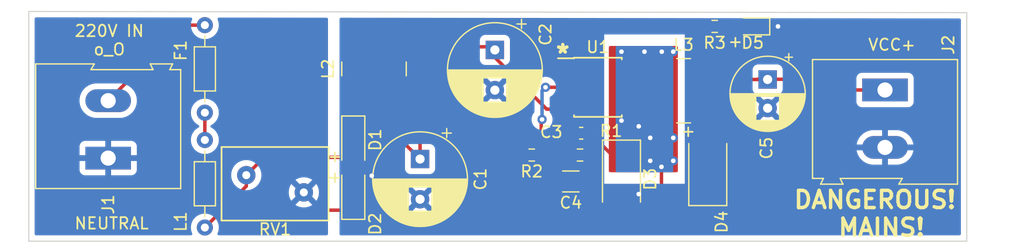
<source format=kicad_pcb>
(kicad_pcb (version 20211014) (generator pcbnew)
  (layers (0 "F.Cu" signal) (31 "B.Cu" signal) (34 "B.Paste" user) (35 "F.Paste" user) (36 "B.SilkS" user "B.Silkscreen") (37 "F.SilkS" user "F.Silkscreen") (38 "B.Mask" user) (39 "F.Mask" user) (44 "Edge.Cuts" user))
  (net 0 "")
  (net 1 "Net-(C3-Pad1)")
  (net 2 "Net-(C4-Pad2)")
  (net 3 "Net-(D1-Pad2)")
  (net 4 "Net-(F1-Pad1)")
  (net 5 "Net-(F1-Pad2)")
  (net 6 "Net-(R1-Pad1)")
  (net 7 "Net-(D1-Pad1)")
  (net 8 "Net-(L2-Pad2)")
  (net 9 "GND")
  (net 10 "VCC")
  (net 11 "Net-(D5-Pad2)")
  (net 12 "/NEUTRAL")
  (net 13 "/S_TNY")
  (footprint "Diode_SMD:D_SMA" (layer "F.Cu") (at 112.5 59.6 -90)
    (fp_text reference "D3" (at 0 -2.5 90) (layer "F.SilkS"))
    (fp_text value "US1M")
    (pad "1" smd rect locked (at -2 0 270) (size 2.5 1.8) (layers "F.Cu" "F.Paste" "F.Mask") (net 13 "/S_TNY"))
    (pad "2" smd rect locked (at 2 0 270) (size 2.5 1.8) (layers "F.Cu" "F.Paste" "F.Mask") (net 9 "GND"))
  )
  (footprint "Inductor_SMD:L_TracoPower_TCK-047_5.2x5.8mm" (layer "F.Cu") (at 117.9 51.9)
    (fp_text reference "L3" (at 0 -4) (layer "F.SilkS"))
    (fp_text value "MSA54-102M")
    (pad "1" smd rect locked (at -1.925 0 90) (size 5.5 2.15) (layers "F.Cu" "F.Paste" "F.Mask") (net 13 "/S_TNY"))
    (pad "2" smd rect locked (at 1.925 0 90) (size 5.5 2.15) (layers "F.Cu" "F.Paste" "F.Mask") (net 10 "VCC"))
  )
  (footprint "Diode_SMD:D_SMA" (layer "F.Cu") (at 120 58.5 90)
    (fp_text reference "D4" (at -4.817621 1.2 90) (layer "F.SilkS"))
    (fp_text value "US1M")
    (pad "1" smd rect locked (at -2 0 90) (size 2.5 1.8) (layers "F.Cu" "F.Paste" "F.Mask") (net 2 "Net-(C4-Pad2)"))
    (pad "2" smd rect locked (at 2 0 90) (size 2.5 1.8) (layers "F.Cu" "F.Paste" "F.Mask") (net 10 "VCC"))
  )
  (footprint "Resistor_THT:R_Axial_DIN0204_L3.6mm_D1.6mm_P7.62mm_Horizontal" (layer "F.Cu") (at 76.3 53.81 90)
    (fp_text reference "F1" (at 5.41 -2.1 90) (layer "F.SilkS"))
    (fp_text value "0.5A")
    (pad "1" thru_hole circle locked (at 0 0 90) (size 1.4 1.4) (drill 0.7) (layers *.Cu *.Mask) (net 4 "Net-(F1-Pad1)"))
    (pad "2" thru_hole oval locked (at 7.62 0 90) (size 1.4 1.4) (drill 0.7) (layers *.Cu *.Mask) (net 5 "Net-(F1-Pad2)"))
  )
  (footprint "Capacitor_THT:CP_Radial_D8.0mm_P3.50mm" (layer "F.Cu") (at 95 57.847349 -90)
    (fp_text reference "C1" (at 1.75 -5.25 90) (layer "F.SilkS"))
    (fp_text value "4.7u")
    (pad "1" thru_hole rect locked (at 0 0 270) (size 1.6 1.6) (drill 0.8) (layers *.Cu *.Mask) (net 7 "Net-(D1-Pad1)"))
    (pad "2" thru_hole circle locked (at 3.5 0 270) (size 1.6 1.6) (drill 0.8) (layers *.Cu *.Mask) (net 9 "GND"))
  )
  (footprint "TerminalBlock:TerminalBlock_Altech_AK300-2_P5.00mm" (layer "F.Cu") (at 135.4 51.835 -90)
    (fp_text reference "J2" (at -3.935 -5.5 90) (layer "F.SilkS"))
    (fp_text value "DC")
    (pad "1" thru_hole rect locked (at 0 0 270) (size 1.98 3.96) (drill 1.32) (layers *.Cu *.Mask) (net 10 "VCC"))
    (pad "2" thru_hole oval locked (at 5 0 270) (size 1.98 3.96) (drill 1.32) (layers *.Cu *.Mask) (net 9 "GND"))
  )
  (footprint "Capacitor_SMD:C_1206_3216Metric" (layer "F.Cu") (at 108.1 59.8 180)
    (fp_text reference "C4" (at 0 -1.85) (layer "F.SilkS"))
    (fp_text value "10u")
    (pad "1" smd roundrect locked (at -1.475 0 180) (size 1.15 1.8) (layers "F.Cu" "F.Paste" "F.Mask") (roundrect_rratio 0.2173913043) (net 13 "/S_TNY"))
    (pad "2" smd roundrect locked (at 1.475 0 180) (size 1.15 1.8) (layers "F.Cu" "F.Paste" "F.Mask") (roundrect_rratio 0.2173913043) (net 2 "Net-(C4-Pad2)"))
  )
  (footprint "Diode_SMD:D_SOD-123F" (layer "F.Cu") (at 89.2 56.3 -90)
    (fp_text reference "D1" (at -0.127 -1.905 90) (layer "F.SilkS"))
    (fp_text value "4007")
    (pad "1" smd rect locked (at -1.4 0 270) (size 1.1 1.1) (layers "F.Cu" "F.Paste" "F.Mask") (net 7 "Net-(D1-Pad1)"))
    (pad "2" smd rect locked (at 1.4 0 270) (size 1.1 1.1) (layers "F.Cu" "F.Paste" "F.Mask") (net 3 "Net-(D1-Pad2)"))
  )
  (footprint "Diode_SMD:D_SOD-123F" (layer "F.Cu") (at 89.2 60.9 90)
    (fp_text reference "D2" (at -2.6 1.9 90) (layer "F.SilkS"))
    (fp_text value "4007")
    (pad "1" smd rect locked (at -1.4 0 90) (size 1.1 1.1) (layers "F.Cu" "F.Paste" "F.Mask") (net 12 "/NEUTRAL"))
    (pad "2" smd rect locked (at 1.4 0 90) (size 1.1 1.1) (layers "F.Cu" "F.Paste" "F.Mask") (net 9 "GND"))
  )
  (footprint "Varistor:RV_Disc_D9mm_W6.1mm_P5mm" (layer "F.Cu") (at 79.9 59.25)
    (fp_text reference "RV1" (at 2.5 4.72) (layer "F.SilkS"))
    (fp_text value "Varistor")
    (pad "1" thru_hole circle locked (at 0 0) (size 1.6 1.6) (drill 0.7) (layers *.Cu *.Mask) (net 3 "Net-(D1-Pad2)"))
    (pad "2" thru_hole circle locked (at 5 1.5 90) (size 1.6 1.6) (drill 0.7) (layers *.Cu *.Mask) (net 12 "/NEUTRAL"))
  )
  (footprint "LED_SMD:LED_0603_1608Metric" (layer "F.Cu") (at 123.9 46.3 180)
    (fp_text reference "D5" (at 0 -1.43) (layer "F.SilkS"))
    (fp_text value "LED")
    (pad "1" smd roundrect locked (at -0.7875 0 180) (size 0.875 0.95) (layers "F.Cu" "F.Paste" "F.Mask") (net 9 "GND"))
    (pad "2" smd roundrect locked (at 0.7875 0 180) (size 0.875 0.95) (layers "F.Cu" "F.Paste" "F.Mask") (net 11 "Net-(D5-Pad2)"))
  )
  (footprint "Resistor_SMD:R_0603_1608Metric" (layer "F.Cu") (at 104.7 57.5 180)
    (fp_text reference "R2" (at 0 -1.43) (layer "F.SilkS"))
    (fp_text value "2k")
    (pad "1" smd roundrect locked (at -0.825 0 180) (size 0.8 0.95) (layers "F.Cu" "F.Paste" "F.Mask") (net 6 "Net-(R1-Pad1)"))
    (pad "2" smd roundrect locked (at 0.825 0 180) (size 0.8 0.95) (layers "F.Cu" "F.Paste" "F.Mask") (net 2 "Net-(C4-Pad2)"))
  )
  (footprint "Resistor_SMD:R_0603_1608Metric" (layer "F.Cu") (at 120.6 46.3 180)
    (fp_text reference "R3" (at 0 -1.43) (layer "F.SilkS"))
    (fp_text value "1k")
    (pad "1" smd roundrect locked (at -0.825 0 180) (size 0.8 0.95) (layers "F.Cu" "F.Paste" "F.Mask") (net 11 "Net-(D5-Pad2)"))
    (pad "2" smd roundrect locked (at 0.825 0 180) (size 0.8 0.95) (layers "F.Cu" "F.Paste" "F.Mask") (net 10 "VCC"))
  )
  (footprint "Capacitor_SMD:C_0603_1608Metric" (layer "F.Cu") (at 109 55.6)
    (fp_text reference "C3" (at -2.6 -0.1) (layer "F.SilkS"))
    (fp_text value "100n")
    (pad "1" smd roundrect locked (at -0.775 0) (size 0.9 0.95) (layers "F.Cu" "F.Paste" "F.Mask") (net 1 "Net-(C3-Pad1)"))
    (pad "2" smd roundrect locked (at 0.775 0) (size 0.9 0.95) (layers "F.Cu" "F.Paste" "F.Mask") (net 13 "/S_TNY"))
  )
  (footprint "Resistor_THT:R_Axial_DIN0204_L3.6mm_D1.6mm_P7.62mm_Horizontal" (layer "F.Cu") (at 76.3 56.19 -90)
    (fp_text reference "L1" (at 7.11 2.1 90) (layer "F.SilkS"))
    (fp_text value "CHOKE")
    (pad "1" thru_hole circle locked (at 0 0 270) (size 1.4 1.4) (drill 0.7) (layers *.Cu *.Mask) (net 4 "Net-(F1-Pad1)"))
    (pad "2" thru_hole oval locked (at 7.62 0 270) (size 1.4 1.4) (drill 0.7) (layers *.Cu *.Mask) (net 3 "Net-(D1-Pad2)"))
  )
  (footprint "TerminalBlock:TerminalBlock_Altech_AK300-2_P5.00mm" (layer "F.Cu") (at 67.9 57.765 90)
    (fp_text reference "J1" (at -4.035 0 90) (layer "F.SilkS"))
    (fp_text value "Mains")
    (pad "1" thru_hole rect locked (at 0 0 90) (size 1.98 3.96) (drill 1.32) (layers *.Cu *.Mask) (net 12 "/NEUTRAL"))
    (pad "2" thru_hole oval locked (at 5 0 90) (size 1.98 3.96) (drill 1.32) (layers *.Cu *.Mask) (net 5 "Net-(F1-Pad2)"))
  )
  (footprint "Capacitor_THT:CP_Radial_D8.0mm_P3.50mm" (layer "F.Cu") (at 101.5 48.347349 -90)
    (fp_text reference "C2" (at -1.347349 -4.4 90) (layer "F.SilkS"))
    (fp_text value "4.7u")
    (pad "1" thru_hole rect locked (at 0 0 270) (size 1.6 1.6) (drill 0.8) (layers *.Cu *.Mask) (net 8 "Net-(L2-Pad2)"))
    (pad "2" thru_hole circle locked (at 3.5 0 270) (size 1.6 1.6) (drill 0.8) (layers *.Cu *.Mask) (net 9 "GND"))
  )
  (footprint "Inductor_SMD:L_TracoPower_TCK-047_5.2x5.8mm" (layer "F.Cu") (at 91 50 90)
    (fp_text reference "L2" (at 0 -4 90) (layer "F.SilkS"))
    (fp_text value "MSA54-102M")
    (pad "1" smd rect locked (at -1.925 0 180) (size 5.5 2.15) (layers "F.Cu" "F.Paste" "F.Mask") (net 7 "Net-(D1-Pad1)"))
    (pad "2" smd rect locked (at 1.925 0 180) (size 5.5 2.15) (layers "F.Cu" "F.Paste" "F.Mask") (net 8 "Net-(L2-Pad2)"))
  )
  (footprint "Resistor_SMD:R_0603_1608Metric" (layer "F.Cu") (at 108.9 57.5)
    (fp_text reference "R1" (at 2.7 -2.1) (layer "F.SilkS"))
    (fp_text value "2k")
    (pad "1" smd roundrect locked (at -0.825 0) (size 0.8 0.95) (layers "F.Cu" "F.Paste" "F.Mask") (net 6 "Net-(R1-Pad1)"))
    (pad "2" smd roundrect locked (at 0.825 0) (size 0.8 0.95) (layers "F.Cu" "F.Paste" "F.Mask") (net 13 "/S_TNY"))
  )
  (footprint "Package_SO:PowerIntegrations_SO-8C" (layer "F.Cu") (at 110.454698 51.6)
    (fp_text reference "U1" (at 0 -3.5) (layer "F.SilkS"))
    (fp_text value "LNK306D")
    (pad "1" smd rect locked (at -2.45 -1.905) (size 2 0.6) (layers "F.Cu" "F.Paste" "F.Mask") (net 1 "Net-(C3-Pad1)"))
    (pad "2" smd rect locked (at -2.45 -0.635) (size 2 0.6) (layers "F.Cu" "F.Paste" "F.Mask") (net 6 "Net-(R1-Pad1)"))
    (pad "4" smd rect locked (at -2.45 1.905) (size 2 0.6) (layers "F.Cu" "F.Paste" "F.Mask") (net 8 "Net-(L2-Pad2)"))
    (pad "5" smd rect locked (at 2.45 1.905) (size 2 0.6) (layers "F.Cu" "F.Paste" "F.Mask") (net 13 "/S_TNY"))
    (pad "6" smd rect locked (at 2.45 0.635) (size 2 0.6) (layers "F.Cu" "F.Paste" "F.Mask") (net 13 "/S_TNY"))
    (pad "7" smd rect locked (at 2.45 -0.635) (size 2 0.6) (layers "F.Cu" "F.Paste" "F.Mask") (net 13 "/S_TNY"))
    (pad "8" smd rect locked (at 2.45 -1.905) (size 2 0.6) (layers "F.Cu" "F.Paste" "F.Mask") (net 13 "/S_TNY"))
  )
  (footprint "Capacitor_THT:CP_Radial_D6.3mm_P2.50mm" (layer "F.Cu") (at 125.2 50.917621 -90)
    (fp_text reference "C5" (at 5.982379 0.1 -90) (layer "F.SilkS"))
    (fp_text value "100u")
    (pad "1" thru_hole rect locked (at 0 0 270) (size 1.6 1.6) (drill 0.8) (layers *.Cu *.Mask) (net 10 "VCC"))
    (pad "2" thru_hole circle locked (at 2.5 0 270) (size 1.6 1.6) (drill 0.8) (layers *.Cu *.Mask) (net 9 "GND"))
  )
  (gr_line (start 61 45) (end 142.5 45.1) (layer "Edge.Cuts") (width 0.1))
  (gr_line (start 61 65) (end 61 45) (layer "Edge.Cuts") (width 0.1))
  (gr_line (start 142.5 65) (end 61 65) (layer "Edge.Cuts") (width 0.1))
  (gr_line (start 142.5 45.1) (end 142.5 65) (layer "Edge.Cuts") (width 0.1))
  (gr_text "220V IN\no_O" (at 68 47.5) (layer "F.SilkS") (effects (font (size 1 1))))
  (gr_text "DANGEROUS! \nMAINS!" (at 135.1 62.6) (layer "F.SilkS") (effects (font (size 1.5 1.5) (thickness 0.3))))
  (gr_text "+" (at 122.4 47.6) (layer "F.SilkS") (effects (font (size 1 1))))
  (gr_text "+" (at 87.6 59.4) (layer "F.SilkS") (effects (font (size 1 1))))
  (gr_text "+" (at 87.6 57.6) (layer "F.SilkS") (effects (font (size 1 1))))
  (gr_text "NEUTRAL" (at 68.2 63.45) (layer "F.SilkS") (effects (font (size 1 1))))
  (gr_text "*" (at 107.4 48.7) (layer "F.SilkS") (effects (font (size 1.5 1.5) (thickness 0.3))))
  (gr_text "+" (at 118.3 55.4) (layer "F.SilkS") (effects (font (size 1 1))))
  (gr_text "VCC+" (at 136 47.9) (layer "F.SilkS") (effects (font (size 1 1))))
  (segment (start 109.575 54.25) (end 109.85 54.25) (width 0.3) (layer "F.Cu") (net 1))
  (segment (start 110.2 51.190302) (end 108.704698 49.695) (width 0.3) (layer "F.Cu") (net 1))
  (segment (start 110.2 53.9) (end 110.2 51.190302) (width 0.3) (layer "F.Cu") (net 1))
  (segment (start 109.85 54.25) (end 110.2 53.9) (width 0.3) (layer "F.Cu") (net 1))
  (segment (start 108.225 55.6) (end 109.575 54.25) (width 0.3) (layer "F.Cu") (net 1))
  (segment (start 108.704698 49.695) (end 108.004698 49.695) (width 0.3) (layer "F.Cu") (net 1))
  (segment (start 106 59.8) (end 103.875 57.675) (width 0.3) (layer "F.Cu") (net 2))
  (segment (start 108.499519 63.999519) (end 116.500481 63.999519) (width 0.3) (layer "F.Cu") (net 2))
  (segment (start 106.625 62.125) (end 108.499519 63.999519) (width 0.3) (layer "F.Cu") (net 2))
  (segment (start 106.625 59.8) (end 106 59.8) (width 0.3) (layer "F.Cu") (net 2))
  (segment (start 116.500481 63.999519) (end 120 60.5) (width 0.3) (layer "F.Cu") (net 2))
  (segment (start 106.625 59.8) (end 106.625 62.125) (width 0.3) (layer "F.Cu") (net 2))
  (segment (start 103.875 57.675) (end 103.875 57.5) (width 0.3) (layer "F.Cu") (net 2))
  (segment (start 81.45 57.7) (end 79.9 59.25) (width 0.3) (layer "F.Cu") (net 3))
  (segment (start 79.9 60.21) (end 79.9 59.25) (width 0.3) (layer "F.Cu") (net 3))
  (segment (start 89.2 57.7) (end 81.45 57.7) (width 0.3) (layer "F.Cu") (net 3))
  (segment (start 76.3 63.81) (end 79.9 60.21) (width 0.3) (layer "F.Cu") (net 3))
  (segment (start 76.3 53.81) (end 76.3 56.19) (width 0.3) (layer "F.Cu") (net 4))
  (segment (start 74.475 46.19) (end 76.3 46.19) (width 0.3) (layer "F.Cu") (net 5))
  (segment (start 67.9 52.765) (end 74.475 46.19) (width 0.3) (layer "F.Cu") (net 5))
  (segment (start 105.525 54.475) (end 105.6 54.4) (width 0.3) (layer "F.Cu") (net 6))
  (segment (start 107.369698 51.6) (end 108.004698 50.965) (width 0.3) (layer "F.Cu") (net 6))
  (segment (start 105.9 51.6) (end 107.369698 51.6) (width 0.3) (layer "F.Cu") (net 6))
  (segment (start 105.525 57.5) (end 105.525 54.475) (width 0.3) (layer "F.Cu") (net 6))
  (segment (start 108.075 57.5) (end 105.525 57.5) (width 0.3) (layer "F.Cu") (net 6))
  (via (at 105.9 51.6) (size 0.8) (drill 0.4) (layers "F.Cu" "B.Cu") (net 6))
  (via (at 105.6 54.4) (size 0.8) (drill 0.4) (layers "F.Cu" "B.Cu") (net 6))
  (segment (start 105.6 54.4) (end 105.6 51.9) (width 0.3) (layer "B.Cu") (net 6))
  (segment (start 105.6 51.9) (end 105.9 51.6) (width 0.3) (layer "B.Cu") (net 6))
  (segment (start 92.052651 54.9) (end 95 57.847349) (width 0.3) (layer "F.Cu") (net 7))
  (segment (start 93.925 51.925) (end 91 51.925) (width 0.3) (layer "F.Cu") (net 7))
  (segment (start 89.2 54.9) (end 92.052651 54.9) (width 0.3) (layer "F.Cu") (net 7))
  (segment (start 95 53) (end 93.925 51.925) (width 0.3) (layer "F.Cu") (net 7))
  (segment (start 95 57.847349) (end 95 53) (width 0.3) (layer "F.Cu") (net 7))
  (segment (start 101.227651 48.075) (end 101.5 48.347349) (width 0.3) (layer "F.Cu") (net 8))
  (segment (start 106.005 53.505) (end 108.004698 53.505) (width 0.3) (layer "F.Cu") (net 8))
  (segment (start 101.5 49) (end 106.005 53.505) (width 0.3) (layer "F.Cu") (net 8))
  (segment (start 101.5 48.347349) (end 101.5 49) (width 0.3) (layer "F.Cu") (net 8))
  (segment (start 91 48.075) (end 101.227651 48.075) (width 0.3) (layer "F.Cu") (net 8))
  (segment (start 112.5 61.6) (end 113.2 60.9) (width 0.3) (layer "F.Cu") (net 9))
  (segment (start 124.6875 46.3) (end 126.1 46.3) (width 0.3) (layer "F.Cu") (net 9))
  (segment (start 90.6 59.5) (end 90.8 59.3) (width 0.3) (layer "F.Cu") (net 9))
  (segment (start 89.2 59.5) (end 90.6 59.5) (width 0.3) (layer "F.Cu") (net 9))
  (segment (start 113.2 60.9) (end 114 60.9) (width 0.3) (layer "F.Cu") (net 9))
  (via (at 90.8 59.3) (size 0.8) (drill 0.4) (layers "F.Cu" "B.Cu") (net 9))
  (via (at 114 60.9) (size 0.8) (drill 0.4) (layers "F.Cu" "B.Cu") (net 9))
  (via (at 126.1 46.3) (size 0.8) (drill 0.4) (layers "F.Cu" "B.Cu") (net 9))
  (segment (start 129.335 51.835) (end 128.4 50.9) (width 0.3) (layer "F.Cu") (net 10))
  (segment (start 128.4 50.9) (end 124.335242 50.9) (width 0.3) (layer "F.Cu") (net 10))
  (segment (start 119.825 51.9) (end 119.825 56.325) (width 0.3) (layer "F.Cu") (net 10))
  (segment (start 124.335242 50.9) (end 124.317621 50.917621) (width 0.3) (layer "F.Cu") (net 10))
  (segment (start 119.825 51.9) (end 119.825 46.35) (width 0.3) (layer "F.Cu") (net 10))
  (segment (start 135.4 51.835) (end 129.335 51.835) (width 0.3) (layer "F.Cu") (net 10))
  (segment (start 123.282379 50.917621) (end 124.317621 50.917621) (width 0.3) (layer "F.Cu") (net 10))
  (segment (start 119.825 51.9) (end 122.3 51.9) (width 0.3) (layer "F.Cu") (net 10))
  (segment (start 119.825 46.35) (end 119.775 46.3) (width 0.3) (layer "F.Cu") (net 10))
  (segment (start 122.3 51.9) (end 123.282379 50.917621) (width 0.3) (layer "F.Cu") (net 10))
  (segment (start 119.825 56.325) (end 120 56.5) (width 0.3) (layer "F.Cu") (net 10))
  (segment (start 124.317621 50.917621) (end 125.2 50.917621) (width 0.3) (layer "F.Cu") (net 10))
  (segment (start 121.425 46.3) (end 123.1125 46.3) (width 0.3) (layer "F.Cu") (net 11))
  (segment (start 86.45 62.3) (end 84.9 60.75) (width 0.3) (layer "F.Cu") (net 12))
  (segment (start 89.2 62.3) (end 86.45 62.3) (width 0.3) (layer "F.Cu") (net 12))
  (segment (start 109.575 63.075) (end 110 63.5) (width 0.3) (layer "F.Cu") (net 13))
  (segment (start 109.725 57.5) (end 109.725 55.65) (width 0.3) (layer "F.Cu") (net 13))
  (segment (start 115 63.5) (end 115.975 62.525) (width 0.3) (layer "F.Cu") (net 13))
  (segment (start 109.7 58.7) (end 109.725 58.675) (width 0.3) (layer "F.Cu") (net 13))
  (segment (start 109.725 58.675) (end 109.725 57.5) (width 0.3) (layer "F.Cu") (net 13))
  (segment (start 109.575 59.8) (end 109.575 63.075) (width 0.3) (layer "F.Cu") (net 13))
  (segment (start 115.64 52.235) (end 115.975 51.9) (width 0.3) (layer "F.Cu") (net 13))
  (segment (start 112.904698 52.235) (end 115.64 52.235) (width 0.3) (layer "F.Cu") (net 13))
  (segment (start 112.5 57.6) (end 112.5 54.5) (width 0.3) (layer "F.Cu") (net 13))
  (segment (start 109.725 55.65) (end 109.775 55.6) (width 0.3) (layer "F.Cu") (net 13))
  (segment (start 109.7 59.675) (end 109.7 58.7) (width 0.3) (layer "F.Cu") (net 13))
  (segment (start 112.5 54.5) (end 112.5 53.909698) (width 0.3) (layer "F.Cu") (net 13))
  (segment (start 112.5 57.6) (end 111.775 57.6) (width 0.3) (layer "F.Cu") (net 13))
  (segment (start 111.775 57.6) (end 109.775 55.6) (width 0.3) (layer "F.Cu") (net 13))
  (segment (start 110 63.5) (end 115 63.5) (width 0.3) (layer "F.Cu") (net 13))
  (segment (start 112.5 53.909698) (end 112.904698 53.505) (width 0.3) (layer "F.Cu") (net 13))
  (segment (start 115.975 62.525) (end 115.975 58.525) (width 0.3) (layer "F.Cu") (net 13))
  (segment (start 109.575 59.8) (end 109.7 59.675) (width 0.3) (layer "F.Cu") (net 13))
  (segment (start 115.975 58.525) (end 115.975 51.9) (width 0.3) (layer "F.Cu") (net 13))
  (via (at 115 58) (size 0.8) (drill 0.4) (layers "F.Cu" "B.Cu") (net 13))
  (via (at 116 48.5) (size 0.8) (drill 0.4) (layers "F.Cu" "B.Cu") (net 13))
  (via (at 114 55) (size 0.8) (drill 0.4) (layers "F.Cu" "B.Cu") (net 13))
  (via (at 114.5 48.5) (size 0.8) (drill 0.4) (layers "F.Cu" "B.Cu") (net 13))
  (via (at 117 48.5) (size 0.8) (drill 0.4) (layers "F.Cu" "B.Cu") (net 13))
  (via (at 115 56) (size 0.8) (drill 0.4) (layers "F.Cu" "B.Cu") (net 13))
  (via (at 112.5 48.5) (size 0.8) (drill 0.4) (layers "F.Cu" "B.Cu") (net 13))
  (via (at 117 56) (size 0.8) (drill 0.4) (layers "F.Cu" "B.Cu") (net 13))
  (via (at 117 58) (size 0.8) (drill 0.4) (layers "F.Cu" "B.Cu") (net 13))
  (via (at 112.5 54.5) (size 0.8) (drill 0.4) (layers "F.Cu" "B.Cu") (net 13))
  (via (at 115.975 58.525) (size 0.8) (drill 0.4) (layers "F.Cu" "B.Cu") (net 13))
  (zone (net 13) (net_name "/S_TNY") (layer "F.Cu") (connect_pads yes (clearance 0.508)) (min_thickness 0.254) (fill yes (thermal_gap 0.508) (thermal_bridge_width 0.508))
    (polygon (pts (xy 117.4 59) (xy 111.4 59) (xy 111.4 48) (xy 117.4 48)))
  )
  (zone (net 12) (net_name "/NEUTRAL") (layer "B.Cu") (connect_pads (clearance 0.508)) (min_thickness 0.254) (fill yes (thermal_gap 0.508) (thermal_bridge_width 0.508))
    (polygon (pts (xy 87 65.5) (xy 58.5 65.5) (xy 58.5 44) (xy 87 44)))
  )
  (zone (net 13) (net_name "/S_TNY") (layer "B.Cu") (connect_pads (clearance 0.508)) (min_thickness 0.254) (fill yes (thermal_gap 0.508) (thermal_bridge_width 0.508))
    (polygon (pts (xy 117 59) (xy 112 59) (xy 112 48) (xy 117 48)))
  )
  (zone (net 9) (net_name "GND") (layer "B.Cu") (connect_pads (clearance 0.508)) (min_thickness 0.254) (fill yes (thermal_gap 0.508) (thermal_bridge_width 0.508))
    (polygon (pts (xy 147.5 65.5) (xy 88 65.5) (xy 88 44) (xy 147.5 44)))
    (polygon (pts (xy 111 47) (xy 111 60) (xy 118 60) (xy 118 47)))
  )
)
</source>
